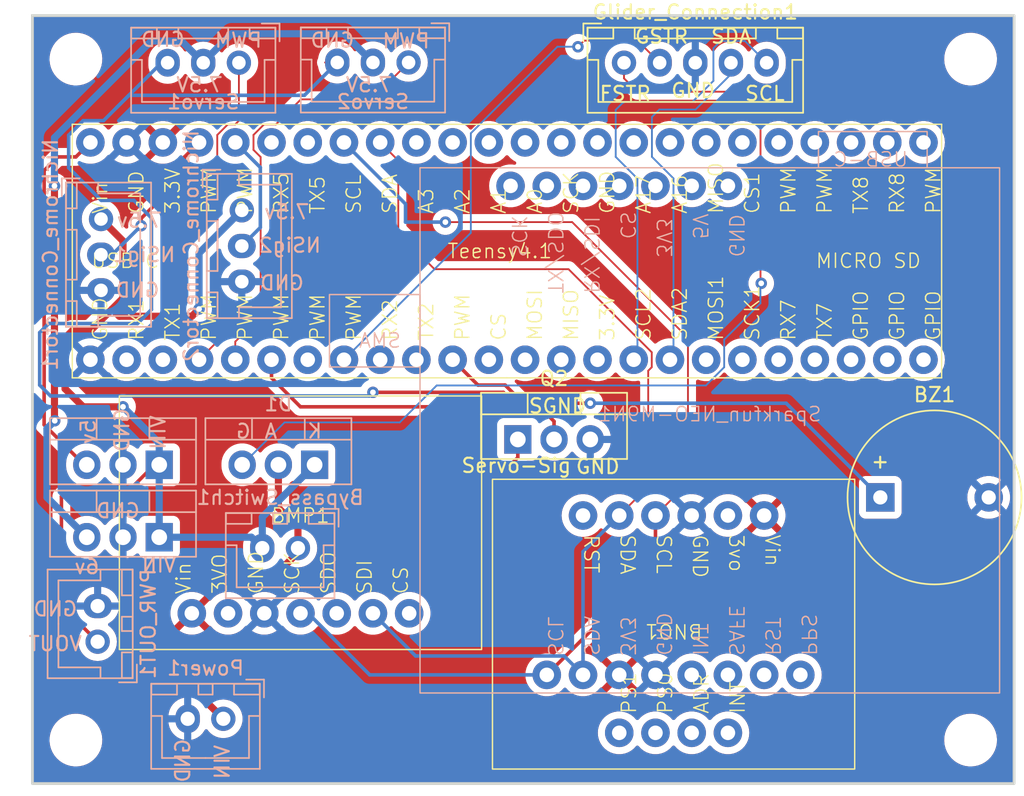
<source format=kicad_pcb>
(kicad_pcb (version 20221018) (generator pcbnew)
  (layers (0 "F.Cu" signal) (31 "B.Cu" signal) (34 "B.Paste" user) (35 "F.Paste" user) (36 "B.SilkS" user "B.Silkscreen") (37 "F.SilkS" user "F.Silkscreen") (38 "B.Mask" user) (39 "F.Mask" user) (44 "Edge.Cuts" user))
  (net 0 "")
  (net 54 "STR_GLIDER")
  (net 55 "STR_FRAME")
  (net 56 "SERVO_ON")
  (net 57 "SDA_COM")
  (net 58 "SDA")
  (net 59 "SCL_COM")
  (net 60 "SCL")
  (net 61 "PWM2")
  (net 62 "PWM1")
  (net 63 "Net-(Q2-C)")
  (net 64 "Net-(Bypass_Switch1-Pin_1)")
  (net 65 "NICHROME_SIGNAL2")
  (net 66 "NICHROME_SIGNAL1")
  (net 67 "GND")
  (net 68 "BUZZER")
  (net 69 "+5V")
  (net 70 "+3V3")
  (net 71 "VIN")
  (net 72 "+6V")
  (footprint "MountingHole:MountingHole_3.2mm_M3" (layer "F.Cu") (at 159.004 132.08)
    (fp_text reference "H2" hide)
    (fp_text value "MountingHole" hide)
    (pad "" np_thru_hole circle (at 0 0) (size 3.2 3.2) (drill 3.2) (layers "*.Cu" "*.Mask"))
  )
  (footprint "Package_TO_SOT_THT:TO-220-3_Vertical" (layer "F.Cu") (at 189.992 110.998)
    (fp_text reference "Q2" (at 2.54 -4.27) (layer "F.SilkS"))
    (fp_text value "TIP120")
    (pad "1" thru_hole rect (at 0 0) (size 1.905 2) (drill 1.1) (layers "*.Cu" "*.Mask") (net 56 "SERVO_ON"))
    (pad "2" thru_hole oval (at 2.54 0) (size 1.905 2) (drill 1.1) (layers "*.Cu" "*.Mask") (net 63 "Net-(Q2-C)"))
    (pad "3" thru_hole oval (at 5.08 0) (size 1.905 2) (drill 1.1) (layers "*.Cu" "*.Mask") (net 67 "GND"))
  )
  (footprint "Breakout Boards:BMP280" (layer "F.Cu") (at 174.752 116.84)
    (fp_text reference "BMP1" (at 0 -0.5 unlocked) (layer "F.SilkS") (effects (font (thickness 0.1))))
    (fp_text value "~")
    (fp_text user "SDI" (at 5.08 5.08 90 unlocked) (layer "F.SilkS") (effects (font (thickness 0.1)) (justify left bottom)))
    (fp_text user "GND" (at -2.54 5.08 90 unlocked) (layer "F.SilkS") (effects (font (thickness 0.1)) (justify left bottom)))
    (fp_text user "3VO" (at -5.08 5.08 90 unlocked) (layer "F.SilkS") (effects (font (thickness 0.1)) (justify left bottom)))
    (fp_text user "SCK" (at 0 5.08 90 unlocked) (layer "F.SilkS") (effects (font (thickness 0.1)) (justify left bottom)))
    (fp_text user "CS" (at 7.62 5.08 90 unlocked) (layer "F.SilkS") (effects (font (thickness 0.1)) (justify left bottom)))
    (fp_text user "SDO" (at 2.54 5.08 90 unlocked) (layer "F.SilkS") (effects (font (thickness 0.1)) (justify left bottom)))
    (fp_text user "Vin" (at -7.62 5.08 90 unlocked) (layer "F.SilkS") (effects (font (thickness 0.1)) (justify left bottom)))
    (pad "0" thru_hole circle (at -7.62 6.35) (size 2 2) (drill 1.02) (layers "*.Cu" "*.Mask") (net 70 "+3V3"))
    (pad "1" thru_hole circle (at -5.08 6.35) (size 2 2) (drill 1.02) (layers "*.Cu" "*.Mask"))
    (pad "2" thru_hole circle (at -2.54 6.35) (size 2 2) (drill 1.02) (layers "*.Cu" "*.Mask") (net 67 "GND"))
    (pad "3" thru_hole circle (at 0 6.35) (size 2 2) (drill 1.02) (layers "*.Cu" "*.Mask") (net 60 "SCL"))
    (pad "4" thru_hole circle (at 2.54 6.35) (size 2 2) (drill 1.02) (layers "*.Cu" "*.Mask"))
    (pad "5" thru_hole circle (at 5.08 6.35) (size 2 2) (drill 1.02) (layers "*.Cu" "*.Mask") (net 58 "SDA"))
    (pad "6" thru_hole circle (at 7.62 6.35) (size 2 2) (drill 1.02) (layers "*.Cu" "*.Mask"))
  )
  (footprint "Connector_JST:JST_XH_B5B-XH-A_1x05_P2.50mm_Vertical" (layer "F.Cu") (at 197.438 84.582)
    (fp_text reference "Glider_Connection1" (at 5 -3.55) (layer "F.SilkS"))
    (fp_text value "Conn_01x05_Socket")
    (pad "1" thru_hole circle (at 0 0) (size 1.7 1.7) (drill 0.95) (layers "*.Cu" "*.Mask") (net 55 "STR_FRAME"))
    (pad "2" thru_hole oval (at 2.5 0) (size 1.7 1.95) (drill 0.95) (layers "*.Cu" "*.Mask") (net 54 "STR_GLIDER"))
    (pad "3" thru_hole oval (at 5 0) (size 1.7 1.95) (drill 0.95) (layers "*.Cu" "*.Mask") (net 67 "GND"))
    (pad "4" thru_hole oval (at 7.5 0) (size 1.7 1.95) (drill 0.95) (layers "*.Cu" "*.Mask") (net 57 "SDA_COM"))
    (pad "5" thru_hole oval (at 10 0) (size 1.7 1.95) (drill 0.95) (layers "*.Cu" "*.Mask") (net 59 "SCL_COM"))
  )
  (footprint "Buzzer_Beeper:Buzzer_12x9.5RM7.6" (layer "F.Cu") (at 215.412 115.062)
    (fp_text reference "BZ1" (at 3.8 -7.2) (layer "F.SilkS"))
    (fp_text value "Buzzer")
    (fp_text user "+" (at -0.01 -2.54) (layer "F.SilkS"))
    (pad "1" thru_hole rect (at 0 0) (size 2 2) (drill 1) (layers "*.Cu" "*.Mask") (net 68 "BUZZER"))
    (pad "2" thru_hole circle (at 7.6 0) (size 2 2) (drill 1) (layers "*.Cu" "*.Mask") (net 67 "GND"))
  )
  (footprint "Breakout Boards:Teensy_4.1" (layer "F.Cu") (at 189.23 97.79 90)
    (fp_text reference "Teensy4.1" (at 0 -0.5 unlocked) (layer "F.SilkS") (effects (font (thickness 0.1))))
    (fp_text value "~")
    (fp_text user "PWM" (at 2.54 -17.78 90 unlocked) (layer "F.SilkS") (effects (font (thickness 0.1)) (justify left bottom)))
    (fp_text user "PWM" (at 2.54 30.48 90 unlocked) (layer "F.SilkS") (effects (font (thickness 0.1)) (justify left bottom)))
    (fp_text user "SCK" (at 2.54 5.08 90 unlocked) (layer "F.SilkS") (effects (font (thickness 0.1)) (justify left bottom)))
    (fp_text user "Vin" (at 2.54 -27.94 90 unlocked) (layer "F.SilkS") (effects (font (thickness 0.1)) (justify left bottom)))
    (fp_text user "3.3V" (at -6.35 7.62 90 unlocked) (layer "F.SilkS") (effects (font (thickness 0.1)) (justify left bottom)))
    (fp_text user "PWM" (at -6.35 -2.54 90 unlocked) (layer "F.SilkS") (effects (font (thickness 0.1)) (justify left bottom)))
    (fp_text user "GPIO" (at -6.35 30.48 90 unlocked) (layer "F.SilkS") (effects (font (thickness 0.1)) (justify left bottom)))
    (fp_text user "SDA" (at 2.54 -7.62 90 unlocked) (layer "F.SilkS") (effects (font (thickness 0.1)) (justify left bottom)))
    (fp_text user "MISO" (at -6.35 5.08 90 unlocked) (layer "F.SilkS") (effects (font (thickness 0.1)) (justify left bottom)))
    (fp_text user "PWM" (at -6.35 -15.24 90 unlocked) (layer "F.SilkS") (effects (font (thickness 0.1)) (justify left bottom)))
    (fp_text user "PWM" (at 2.54 20.32 90 unlocked) (layer "F.SilkS") (effects (font (thickness 0.1)) (justify left bottom)))
    (fp_text user "USB C" (at -1.27 -29.21 unlocked) (layer "F.SilkS") (effects (font (thickness 0.1)) (justify left bottom)))
    (fp_text user "RX2" (at -6.35 -7.62 90 unlocked) (layer "F.SilkS") (effects (font (thickness 0.1)) (justify left bottom)))
    (fp_text user "CS1" (at 2.54 17.78 90 unlocked) (layer "F.SilkS") (effects (font (thickness 0.1)) (justify left bottom)))
    (fp_text user "A16" (at 2.54 12.7 90 unlocked) (layer "F.SilkS") (effects (font (thickness 0.1)) (justify left bottom)))
    (fp_text user "GND" (at 2.54 7.62 90 unlocked) (layer "F.SilkS") (effects (font (thickness 0.1)) (justify left bottom)))
    (fp_text user "TX1" (at -6.35 -22.86 90 unlocked) (layer "F.SilkS") (effects (font (thickness 0.1)) (justify left bottom)))
    (fp_text user "A17" (at 2.54 10.16 90 unlocked) (layer "F.SilkS") (effects (font (thickness 0.1)) (justify left bottom)))
    (fp_text user "SCL" (at 2.54 -10.16 90 unlocked) (layer "F.SilkS") (effects (font (thickness 0.1)) (justify left bottom)))
    (fp_text user "SDA2" (at -6.35 12.7 90 unlocked) (layer "F.SilkS") (effects (font (thickness 0.1)) (justify left bottom)))
    (fp_text user "A2" (at 2.54 -2.54 90 unlocked) (layer "F.SilkS") (effects (font (thickness 0.1)) (justify left bottom)))
    (fp_text user "RX8" (at 2.54 27.94 90 unlocked) (layer "F.SilkS") (effects (font (thickness 0.1)) (justify left bottom)))
    (fp_text user "GPIO" (at -6.35 27.94 90 unlocked) (layer "F.SilkS") (effects (font (thickness 0.1)) (justify left bottom)))
    (fp_text user "TX7" (at -6.35 22.86 90 unlocked) (layer "F.SilkS") (effects (font (thickness 0.1)) (justify left bottom)))
    (fp_text user "SCL2" (at -6.35 10.16 90 unlocked) (layer "F.SilkS") (effects (font (thickness 0.1)) (justify left bottom)))
    (fp_text user "SCK1" (at -6.35 17.78 90 unlocked) (layer "F.SilkS") (effects (font (thickness 0.1)) (justify left bottom)))
    (fp_text user "MICRO SD" (at -1.27 21.59 unlocked) (layer "F.SilkS") (effects (font (thickness 0.1)) (justify left bottom)))
    (fp_text user "A1" (at 2.54 0 90 unlocked) (layer "F.SilkS") (effects (font (thickness 0.1)) (justify left bottom)))
    (fp_text user "PWM" (at 2.54 -20.32 90 unlocked) (layer "F.SilkS") (effects (font (thickness 0.1)) (justify left bottom)))
    (fp_text user "MOSI1" (at -6.35 15.24 90 unlocked) (layer "F.SilkS") (effects (font (thickness 0.1)) (justify left bottom)))
    (fp_text user "RX5" (at 2.54 -15.24 90 unlocked) (layer "F.SilkS") (effects (font (thickness 0.1)) (justify left bottom)))
    (fp_text user "RX1" (at -6.35 -25.4 90 unlocked) (layer "F.SilkS") (effects (font (thickness 0.1)) (justify left bottom)))
    (fp_text user "PWM" (at -6.35 -12.7 90 unlocked) (layer "F.SilkS") (effects (font (thickness 0.1)) (justify left bottom)))
    (fp_text user "MOSI" (at -6.35 2.54 90 unlocked) (layer "F.SilkS") (effects (font (thickness 0.1)) (justify left bottom)))
    (fp_text user "PWM" (at -6.35 -20.32 90 unlocked) (layer "F.SilkS") (effects (font (thickness 0.1)) (justify left bottom)))
    (fp_text user "A0" (at 2.54 2.54 90 unlocked) (layer "F.SilkS") (effects (font (thickness 0.1)) (justify left bottom)))
    (fp_text user "GND" (at 2.54 -25.4 90 unlocked) (layer "F.SilkS") (effects (font (thickness 0.1)) (justify left bottom)))
    (fp_text user "3.3V" (at 2.54 -22.86 90 unlocked) (layer "F.SilkS") (effects (font (thickness 0.1)) (justify left bottom)))
    (fp_text user "TX2" (at -6.35 -5.08 90 unlocked) (layer "F.SilkS") (effects (font (thickness 0.1)) (justify left bottom)))
    (fp_text user "PWM" (at -6.35 -10.16 90 unlocked) (layer "F.SilkS") (effects (font (thickness 0.1)) (justify left bottom)))
    (fp_text user "CS" (at -6.35 0 90 unlocked) (layer "F.SilkS") (effects (font (thickness 0.1)) (justify left bottom)))
    (fp_text user "PWM" (at -6.35 -17.78 90 unlocked) (layer "F.SilkS") (effects (font (thickness 0.1)) (justify left bottom)))
    (fp_text user "RX7" (at -6.35 20.32 90 unlocked) (layer "F.SilkS") (effects (font (thickness 0.1)) (justify left bottom)))
    (fp_text user "TX5" (at 2.54 -12.7 90 unlocked) (layer "F.SilkS") (effects (font (thickness 0.1)) (justify left bottom)))
    (fp_text user "TX8" (at 2.54 25.4 90 unlocked) (layer "F.SilkS") (effects (font (thickness 0.1)) (justify left bottom)))
    (fp_text user "A3" (at 2.54 -5.08 90 unlocked) (layer "F.SilkS") (effects (font (thickness 0.1)) (justify left bottom)))
    (fp_text user "GND" (at -6.35 -27.94 90 unlocked) (layer "F.SilkS") (effects (font (thickness 0.1)) (justify left bottom)))
    (fp_text user "GPIO" (at -6.35 25.4 90 unlocked) (layer "F.SilkS") (effects (font (thickness 0.1)) (justify left bottom)))
    (fp_text user "PWM" (at 2.54 22.86 90 unlocked) (layer "F.SilkS") (effects (font (thickness 0.1)) (justify left bottom)))
    (fp_text user "MISO" (at 2.54 15.24 90 unlocked) (layer "F.SilkS") (effects (font (thickness 0.1)) (justify left bottom)))
    (pad "0" thru_hole circle (at -7.62 -29.21 90) (size 2 2) (drill 1.02) (layers "*.Cu" "*.Mask") (net 67 "GND"))
    (pad "1" thru_hole circle (at -7.62 -26.67 90) (size 2 2) (drill 1.02) (layers "*.Cu" "*.Mask"))
    (pad "2" thru_hole circle (at -7.62 -24.13 90) (size 2 2) (drill 1.02) (layers "*.Cu" "*.Mask"))
    (pad "3" thru_hole circle (at -7.62 -21.59 90) (size 2 2) (drill 1.02) (layers "*.Cu" "*.Mask") (net 62 "PWM1"))
    (pad "4" thru_hole circle (at -7.62 -19.05 90) (size 2 2) (drill 1.02) (layers "*.Cu" "*.Mask") (net 61 "PWM2"))
    (pad "5" thru_hole circle (at -7.62 -16.51 90) (size 2 2) (drill 1.02) (layers "*.Cu" "*.Mask") (net 56 "SERVO_ON"))
    (pad "6" thru_hole circle (at -7.62 -13.97 90) (size 2 2) (drill 1.02) (layers "*.Cu" "*.Mask"))
    (pad "7" thru_hole circle (at -7.62 -11.43 90) (size 2 2) (drill 1.02) (layers "*.Cu" "*.Mask") (net 54 "STR_GLIDER"))
    (pad "8" thru_hole circle (at -7.62 -8.89 90) (size 2 2) (drill 1.02) (layers "*.Cu" "*.Mask"))
    (pad "9" thru_hole circle (at -7.62 -6.35 90) (size 2 2) (drill 1.02) (layers "*.Cu" "*.Mask"))
    (pad "10" thru_hole circle (at -7.62 -3.81 90) (size 2 2) (drill 1.02) (layers "*.Cu" "*.Mask") (net 68 "BUZZER"))
    (pad "11" thru_hole circle (at -7.62 -1.27 90) (size 2 2) (drill 1.02) (layers "*.Cu" "*.Mask"))
    (pad "12" thru_hole circle (at -7.62 1.27 90) (size 2 2) (drill 1.02) (layers "*.Cu" "*.Mask"))
    (pad "13" thru_hole circle (at -7.62 3.81 90) (size 2 2) (drill 1.02) (layers "*.Cu" "*.Mask"))
    (pad "14" thru_hole circle (at -7.62 6.35 90) (size 2 2) (drill 1.02) (layers "*.Cu" "*.Mask"))
    (pad "15" thru_hole circle (at -7.62 8.89 90) (size 2 2) (drill 1.02) (layers "*.Cu" "*.Mask") (net 59 "SCL_COM"))
    (pad "16" thru_hole circle (at -7.62 11.43 90) (size 2 2) (drill 1.02) (layers "*.Cu" "*.Mask") (net 57 "SDA_COM"))
    (pad "17" thru_hole circle (at -7.62 13.97 90) (size 2 2) (drill 1.02) (layers "*.Cu" "*.Mask"))
    (pad "18" thru_hole circle (at -7.62 16.51 90) (size 2 2) (drill 1.02) (layers "*.Cu" "*.Mask"))
    (pad "19" thru_hole circle (at -7.62 19.05 90) (size 2 2) (drill 1.02) (layers "*.Cu" "*.Mask"))
    (pad "20" thru_hole circle (at -7.62 21.59 90) (size 2 2) (drill 1.02) (layers "*.Cu" "*.Mask"))
    (pad "21" thru_hole circle (at -7.62 24.13 90) (size 2 2) (drill 1.02) (layers "*.Cu" "*.Mask"))
    (pad "22" thru_hole circle (at -7.62 26.67 90) (size 2 2) (drill 1.02) (layers "*.Cu" "*.Mask"))
    (pad "23" thru_hole circle (at -7.62 29.21 90) (size 2 2) (drill 1.02) (layers "*.Cu" "*.Mask"))
    (pad "24" thru_hole circle (at 7.62 29.21 90) (size 2 2) (drill 1.02) (layers "*.Cu" "*.Mask"))
    (pad "25" thru_hole circle (at 7.62 26.67 90) (size 2 2) (drill 1.02) (layers "*.Cu" "*.Mask"))
    (pad "26" thru_hole circle (at 7.62 24.13 90) (size 2 2) (drill 1.02) (layers "*.Cu" "*.Mask"))
    (pad "27" thru_hole circle (at 7.62 21.59 90) (size 2 2) (drill 1.02) (layers "*.Cu" "*.Mask"))
    (pad "28" thru_hole circle (at 7.62 19.05 90) (size 2 2) (drill 1.02) (layers "*.Cu" "*.Mask"))
    (pad "29" thru_hole circle (at 7.62 16.51 90) (size 2 2) (drill 1.02) (layers "*.Cu" "*.Mask"))
    (pad "30" thru_hole circle (at 7.62 13.97 90) (size 2 2) (drill 1.02) (layers "*.Cu" "*.Mask"))
    (pad "31" thru_hole circle (at 7.62 11.43 90) (size 2 2) (drill 1.02) (layers "*.Cu" "*.Mask"))
    (pad "32" thru_hole circle (at 7.62 8.89 90) (size 2 2) (drill 1.02) (layers "*.Cu" "*.Mask"))
    (pad "33" thru_hole circle (at 7.62 6.35 90) (size 2 2) (drill 1.02) (layers "*.Cu" "*.Mask"))
    (pad "34" thru_hole circle (at 7.62 3.81 90) (size 2 2) (drill 1.02) (layers "*.Cu" "*.Mask"))
    (pad "35" thru_hole circle (at 7.62 1.27 90) (size 2 2) (drill 1.02) (layers "*.Cu" "*.Mask"))
    (pad "36" thru_hole circle (at 7.62 -1.27 90) (size 2 2) (drill 1.02) (layers "*.Cu" "*.Mask"))
    (pad "37" thru_hole circle (at 7.62 -3.81 90) (size 2 2) (drill 1.02) (layers "*.Cu" "*.Mask"))
    (pad "38" thru_hole circle (at 7.62 -6.35 90) (size 2 2) (drill 1.02) (layers "*.Cu" "*.Mask"))
    (pad "39" thru_hole circle (at 7.62 -8.89 90) (size 2 2) (drill 1.02) (layers "*.Cu" "*.Mask") (net 58 "SDA"))
    (pad "40" thru_hole circle (at 7.62 -11.43 90) (size 2 2) (drill 1.02) (layers "*.Cu" "*.Mask") (net 60 "SCL"))
    (pad "41" thru_hole circle (at 7.62 -13.97 90) (size 2 2) (drill 1.02) (layers "*.Cu" "*.Mask"))
    (pad "42" thru_hole circle (at 7.62 -16.51 90) (size 2 2) (drill 1.02) (layers "*.Cu" "*.Mask"))
    (pad "43" thru_hole circle (at 7.62 -19.05 90) (size 2 2) (drill 1.02) (layers "*.Cu" "*.Mask") (net 65 "NICHROME_SIGNAL2"))
    (pad "44" thru_hole circle (at 7.62 -21.59 90) (size 2 2) (drill 1.02) (layers "*.Cu" "*.Mask") (net 66 "NICHROME_SIGNAL1"))
    (pad "45" thru_hole circle (at 7.62 -24.13 90) (size 2 2) (drill 1.02) (layers "*.Cu" "*.Mask") (net 70 "+3V3"))
    (pad "46" thru_hole circle (at 7.62 -26.67 90) (size 2 2) (drill 1.02) (layers "*.Cu" "*.Mask") (net 67 "GND"))
    (pad "47" thru_hole circle (at 7.62 -29.21 90) (size 2 2) (drill 1.02) (layers "*.Cu" "*.Mask") (net 69 "+5V"))
  )
  (footprint "Breakout Boards:BNO055" (layer "F.Cu") (at 200.914 123.952 180)
    (fp_text reference "BNO1" (at 0 -0.5 180 unlocked) (layer "F.SilkS") (effects (font (thickness 0.1))))
    (fp_text value "~")
    (fp_text user "SCL" (at 1.27 6.35 270 unlocked) (layer "F.SilkS") (effects (font (thickness 0.1)) (justify left bottom)))
    (fp_text user "SDA" (at 3.81 6.35 270 unlocked) (layer "F.SilkS") (effects (font (thickness 0.1)) (justify left bottom)))
    (fp_text user "GND" (at -1.27 6.35 270 unlocked) (layer "F.SilkS") (effects (font (thickness 0.1)) (justify left bottom)))
    (fp_text user "3vo" (at -3.81 6.35 270 unlocked) (layer "F.SilkS") (effects (font (thickness 0.1)) (justify left bottom)))
    (fp_text user "PS0" (at 0 -6.35 90 unlocked) (layer "F.SilkS") (effects (font (thickness 0.1)) (justify left bottom)))
    (fp_text user "PS1" (at 2.54 -6.35 90 unlocked) (layer "F.SilkS") (effects (font (thickness 0.1)) (justify left bottom)))
    (fp_text user "RST" (at 6.35 6.35 270 unlocked) (layer "F.SilkS") (effects (font (thickness 0.1)) (justify left bottom)))
    (fp_text user "INT" (at -5.08 -6.35 90 unlocked) (layer "F.SilkS") (effects (font (thickness 0.1)) (justify left bottom)))
    (fp_text user "Vin" (at -6.35 6.35 270 unlocked) (layer "F.SilkS") (effects (font (thickness 0.1)) (justify left bottom)))
    (fp_text user "ADR" (at -2.54 -6.35 90 unlocked) (layer "F.SilkS") (effects (font (thickness 0.1)) (justify left bottom)))
    (pad "0" thru_hole circle (at -6.35 7.62 180) (size 2 2) (drill 1.02) (layers "*.Cu" "*.Mask") (net 70 "+3V3"))
    (pad "1" thru_hole circle (at -3.81 7.62 180) (size 2 2) (drill 1.02) (layers "*.Cu" "*.Mask"))
    (pad "2" thru_hole circle (at -1.27 7.62 180) (size 2 2) (drill 1.02) (layers "*.Cu" "*.Mask") (net 67 "GND"))
    (pad "3" thru_hole circle (at 1.27 7.62 180) (size 2 2) (drill 1.02) (layers "*.Cu" "*.Mask") (net 60 "SCL"))
    (pad "4" thru_hole circle (at 3.81 7.62 180) (size 2 2) (drill 1.02) (layers "*.Cu" "*.Mask") (net 58 "SDA"))
    (pad "5" thru_hole circle (at 6.35 7.62 180) (size 2 2) (drill 1.02) (layers "*.Cu" "*.Mask"))
    (pad "6" thru_hole circle (at -3.81 -7.62 180) (size 2 2) (drill 1.02) (layers "*.Cu" "*.Mask"))
    (pad "7" thru_hole circle (at -1.27 -7.62 180) (size 2 2) (drill 1.02) (layers "*.Cu" "*.Mask"))
    (pad "8" thru_hole circle (at 1.27 -7.62 180) (size 2 2) (drill 1.02) (layers "*.Cu" "*.Mask"))
    (pad "9" thru_hole circle (at 3.81 -7.62 180) (size 2 2) (drill 1.02) (layers "*.Cu" "*.Mask"))
  )
  (footprint "MountingHole:MountingHole_3.2mm_M3" (layer "F.Cu") (at 221.742 84.328)
    (fp_text reference "H4" hide)
    (fp_text value "MountingHole" hide)
    (pad "" np_thru_hole circle (at 0 0) (size 3.2 3.2) (drill 3.2) (layers "*.Cu" "*.Mask"))
  )
  (footprint "MountingHole:MountingHole_3.2mm_M3" (layer "F.Cu") (at 221.742 132.08)
    (fp_text reference "H3" hide)
    (fp_text value "MountingHole" hide)
    (pad "" np_thru_hole circle (at 0 0) (size 3.2 3.2) (drill 3.2) (layers "*.Cu" "*.Mask"))
  )
  (footprint "MountingHole:MountingHole_3.2mm_M3" (layer "F.Cu") (at 159.004 84.328)
    (fp_text reference "H1" hide)
    (fp_text value "MountingHole" hide)
    (pad "" np_thru_hole circle (at 0 0) (size 3.2 3.2) (drill 3.2) (layers "F&B.Cu" "*.Mask"))
  )
  (footprint "Connector_JST:JST_XH_B3B-XH-A_1x03_P2.50mm_Vertical" (layer "B.Cu") (at 160.765 95.544 -90)
    (fp_text reference "Nichrome_Connector1" (at 2.5 3.55 90) (layer "B.SilkS") (effects (justify mirror)))
    (fp_text value "Conn_01x03_Socket")
    (pad "1" thru_hole circle (at 0 0 270) (size 1.7 1.7) (drill 0.95) (layers "*.Cu" "*.Mask") (net 71 "VIN"))
    (pad "2" thru_hole oval (at 2.5 0 270) (size 1.7 1.95) (drill 0.95) (layers "*.Cu" "*.Mask") (net 66 "NICHROME_SIGNAL1"))
    (pad "3" thru_hole oval (at 5 0 270) (size 1.7 1.95) (drill 0.95) (layers "*.Cu" "*.Mask") (net 67 "GND"))
  )
  (footprint "Connector_JST:JST_XH_B3B-XH-A_1x03_P2.50mm_Vertical" (layer "B.Cu") (at 170.6372 94.9344 -90)
    (fp_text reference "Nichrome_Connector2" (at 2.5 3.55 90) (layer "B.SilkS") (effects (justify mirror)))
    (fp_text value "Conn_01x03_Socket")
    (pad "1" thru_hole circle (at 0 0 270) (size 1.7 1.7) (drill 0.95) (layers "*.Cu" "*.Mask") (net 71 "VIN"))
    (pad "2" thru_hole oval (at 2.5 0 270) (size 1.7 1.95) (drill 0.95) (layers "*.Cu" "*.Mask") (net 65 "NICHROME_SIGNAL2"))
    (pad "3" thru_hole oval (at 5 0 270) (size 1.7 1.95) (drill 0.95) (layers "*.Cu" "*.Mask") (net 67 "GND"))
  )
  (footprint "Breakout Boards:Sparkfun_NEO-M9N" (layer "B.Cu") (at 203.454 109.728 180)
    (fp_text reference "Sparkfun_NEO-M9N1" (at 0 0.5 unlocked) (layer "B.SilkS") (effects (font (thickness 0.1)) (justify mirror)))
    (fp_text value "~")
    (fp_text user "INT" (at 1.27 -16.51 270 unlocked) (layer "B.SilkS") (effects (font (thickness 0.1)) (justify left bottom mirror)))
    (fp_text user "USB-C" (at -13.97 17.78 unlocked) (layer "B.SilkS") (effects (font (thickness 0.1)) (justify left bottom mirror)))
    (fp_text user "RST" (at -3.81 -16.51 270 unlocked) (layer "B.SilkS") (effects (font (thickness 0.1)) (justify left bottom mirror)))
    (fp_text user "SAFE" (at -1.27 -16.51 270 unlocked) (layer "B.SilkS") (effects (font (thickness 0.1)) (justify left bottom mirror)))
    (fp_text user "3V3" (at 3.81 11.43 270 unlocked) (layer "B.SilkS") (effects (font (thickness 0.1)) (justify left bottom mirror)))
    (fp_text user "SCL" (at 11.43 -16.51 270 unlocked) (layer "B.SilkS") (effects (font (thickness 0.1)) (justify left bottom mirror)))
    (fp_text user "5V" (at 1.27 12.7 270 unlocked) (layer "B.SilkS") (effects (font (thickness 0.1)) (justify left bottom mirror)))
    (fp_text user "TX/SDO" (at 11.43 8.89 270 unlocked) (layer "B.SilkS") (effects (font (thickness 0.1)) (justify left bottom mirror)))
    (fp_text user "GND" (at -1.27 11.43 270 unlocked) (layer "B.SilkS") (effects (font (thickness 0.1)) (justify left bottom mirror)))
    (fp_text user "GND" (at 3.81 -16.51 270 unlocked) (layer "B.SilkS") (effects (font (thickness 0.1)) (justify left bottom mirror)))
    (fp_text user "SCK" (at 13.97 11.43 270 unlocked) (layer "B.SilkS") (effects (font (thickness 0.1)) (justify left bottom mirror)))
    (fp_text user "RX/SDI" (at 8.89 8.89 270 unlocked) (layer "B.SilkS") (effects (font (thickness 0.1)) (justify left bottom mirror)))
    (fp_text user "PPS" (at -6.35 -16.51 270 unlocked) (layer "B.SilkS") (effects (font (thickness 0.1)) (justify left bottom mirror)))
    (fp_text user "SDA" (at 8.89 -16.51 270 unlocked) (layer "B.SilkS") (effects (font (thickness 0.1)) (justify left bottom mirror)))
    (fp_text user "3V3" (at 6.35 -16.51 270 unlocked) (layer "B.SilkS") (effects (font (thickness 0.1)) (justify left bottom mirror)))
    (fp_text user "SMA" (at 21.59 5.08 unlocked) (layer "B.SilkS") (effects (font (thickness 0.1)) (justify left bottom mirror)))
    (fp_text user "CS" (at 6.35 12.7 270 unlocked) (layer "B.SilkS") (effects (font (thickness 0.1)) (justify left bottom mirror)))
    (pad "0" thru_hole circle (at -1.27 16.51 180) (size 2 2) (drill 1.02) (layers "*.Cu" "*.Mask"))
    (pad "1" thru_hole circle (at 1.27 16.51 180) (size 2 2) (drill 1.02) (layers "*.Cu" "*.Mask"))
    (pad "2" thru_hole circle (at 3.81 16.51 180) (size 2 2) (drill 1.02) (layers "*.Cu" "*.Mask"))
    (pad "3" thru_hole circle (at 6.35 16.51 180) (size 2 2) (drill 1.02) (layers "*.Cu" "*.Mask"))
    (pad "4" thru_hole circle (at 8.89 16.51 180) (size 2 2) (drill 1.02) (layers "*.Cu" "*.Mask"))
    (pad "5" thru_hole circle (at 11.43 16.51 180) (size 2 2) (drill 1.02) (layers "*.Cu" "*.Mask"))
    (pad "6" thru_hole circle (at 13.97 16.51 180) (size 2 2) (drill 1.02) (layers "*.Cu" "*.Mask"))
    (pad "7" thru_hole circle (at -6.35 -17.78 180) (size 2 2) (drill 1.02) (layers "*.Cu" "*.Mask"))
    (pad "8" thru_hole circle (at -3.81 -17.78 180) (size 2 2) (drill 1.02) (layers "*.Cu" "*.Mask"))
    (pad "9" thru_hole circle (at -1.27 -17.78 180) (size 2 2) (drill 1.02) (layers "*.Cu" "*.Mask"))
    (pad "10" thru_hole circle (at 1.27 -17.78 180) (size 2 2) (drill 1.02) (layers "*.Cu" "*.Mask"))
    (pad "11" thru_hole circle (at 3.81 -17.78 180) (size 2 2) (drill 1.02) (layers "*.Cu" "*.Mask") (net 67 "GND"))
    (pad "12" thru_hole circle (at 6.35 -17.78 180) (size 2 2) (drill 1.02) (layers "*.Cu" "*.Mask") (net 70 "+3V3"))
    (pad "13" thru_hole circle (at 8.89 -17.78 180) (size 2 2) (drill 1.02) (layers "*.Cu" "*.Mask") (net 58 "SDA"))
    (pad "14" thru_hole circle (at 11.43 -17.78 180) (size 2 2) (drill 1.02) (layers "*.Cu" "*.Mask") (net 60 "SCL"))
  )
  (footprint "Connector_JST:JST_XH_B3B-XH-A_1x03_P2.50mm_Vertical" (layer "B.Cu") (at 170.434 84.582 180)
    (fp_text reference "Servo1" (at 2.5 -2.75) (layer "B.SilkS") (effects (justify mirror)))
    (fp_text value "Conn_01x03_Socket")
    (pad "1" thru_hole circle (at 0 0 180) (size 1.7 1.7) (drill 0.95) (layers "*.Cu" "*.Mask") (net 62 "PWM1"))
    (pad "2" thru_hole oval (at 2.5 0 180) (size 1.7 1.95) (drill 0.95) (layers "*.Cu" "*.Mask") (net 72 "+6V"))
    (pad "3" thru_hole oval (at 5 0 180) (size 1.7 1.95) (drill 0.95) (layers "*.Cu" "*.Mask") (net 63 "Net-(Q2-C)"))
  )
  (footprint "Package_TO_SOT_THT:TO-220-3_Vertical" (layer "B.Cu") (at 164.846 117.856 180)
    (fp_text reference "Voltage_Regulator_5V2" hide)
    (fp_text value "L7806CV")
    (pad "1" thru_hole rect (at 0 0 180) (size 1.905 2) (drill 1.1) (layers "*.Cu" "*.Mask") (net 71 "VIN"))
    (pad "2" thru_hole oval (at 2.54 0 180) (size 1.905 2) (drill 1.1) (layers "*.Cu" "*.Mask") (net 67 "GND"))
    (pad "3" thru_hole oval (at 5.08 0 180) (size 1.905 2) (drill 1.1) (layers "*.Cu" "*.Mask") (net 72 "+6V"))
  )
  (footprint "Package_TO_SOT_THT:TO-220-3_Vertical" (layer "B.Cu") (at 175.7426 112.776 180)
    (fp_text reference "D1" (at 2.54 4.27) (layer "B.SilkS") (effects (justify mirror)))
    (fp_text value "Q_SCR_KAG")
    (pad "1" thru_hole rect (at 0 0 180) (size 1.905 2) (drill 1.1) (layers "*.Cu" "*.Mask") (net 71 "VIN"))
    (pad "2" thru_hole oval (at 2.54 0 180) (size 1.905 2) (drill 1.1) (layers "*.Cu" "*.Mask") (net 64 "Net-(Bypass_Switch1-Pin_1)"))
    (pad "3" thru_hole oval (at 5.08 0 180) (size 1.905 2) (drill 1.1) (layers "*.Cu" "*.Mask") (net 55 "STR_FRAME"))
  )
  (footprint "Connector_JST:JST_XH_B2B-XH-A_1x02_P2.50mm_Vertical" (layer "B.Cu") (at 174.5742 118.618 180)
    (fp_text reference "Bypass_Switch1" (at 1.25 3.55) (layer "B.SilkS") (effects (justify mirror)))
    (fp_text value "Conn_01x02_Socket")
    (pad "1" thru_hole circle (at 0 0 180) (size 1.7 1.7) (drill 1) (layers "*.Cu" "*.Mask") (net 64 "Net-(Bypass_Switch1-Pin_1)"))
    (pad "2" thru_hole oval (at 2.5 0 180) (size 1.7 2) (drill 1) (layers "*.Cu" "*.Mask") (net 71 "VIN"))
  )
  (footprint "Connector_JST:JST_XH_B3B-XH-A_1x03_P2.50mm_Vertical" (layer "B.Cu") (at 182.332 84.565 180)
    (fp_text reference "Servo2" (at 2.5 -2.75) (layer "B.SilkS") (effects (justify mirror)))
    (fp_text value "Conn_01x03_Socket")
    (pad "1" thru_hole circle (at 0 0 180) (size 1.7 1.7) (drill 0.95) (layers "*.Cu" "*.Mask") (net 61 "PWM2"))
    (pad "2" thru_hole oval (at 2.5 0 180) (size 1.7 1.95) (drill 0.95) (layers "*.Cu" "*.Mask") (net 72 "+6V"))
    (pad "3" thru_hole oval (at 5 0 180) (size 1.7 1.95) (drill 0.95) (layers "*.Cu" "*.Mask") (net 63 "Net-(Q2-C)"))
  )
  (footprint "Package_TO_SOT_THT:TO-220-3_Vertical" (layer "B.Cu") (at 164.846 112.776 180)
    (fp_text reference "Voltage_Regulator_5V1" hide)
    (fp_text value "L4931-5")
    (pad "1" thru_hole rect (at 0 0 180) (size 1.905 2) (drill 1.1) (layers "*.Cu" "*.Mask") (net 71 "VIN"))
    (pad "2" thru_hole oval (at 2.54 0 180) (size 1.905 2) (drill 1.1) (layers "*.Cu" "*.Mask") (net 67 "GND"))
    (pad "3" thru_hole oval (at 5.08 0 180) (size 1.905 2) (drill 1.1) (layers "*.Cu" "*.Mask") (net 69 "+5V"))
  )
  (footprint "Connector_JST:JST_XH_B2B-XH-A_1x02_P2.50mm_Vertical" (layer "B.Cu") (at 169.342 130.588 180)
    (fp_text reference "Power1" (at 1.25 3.55) (layer "B.SilkS") (effects (justify mirror)))
    (fp_text value "Conn_01x02_Socket")
    (pad "1" thru_hole circle (at 0 0 180) (size 1.7 1.7) (drill 1) (layers "*.Cu" "*.Mask") (net 64 "Net-(Bypass_Switch1-Pin_1)"))
    (pad "2" thru_hole oval (at 2.5 0 180) (size 1.7 2) (drill 1) (layers "*.Cu" "*.Mask") (net 67 "GND"))
  )
  (footprint "Connector_JST:JST_XH_B2B-XH-A_1x02_P2.50mm_Vertical" (layer "B.Cu") (at 160.528 125.182 90)
    (fp_text reference "PWR_OUT1" (at 1.25 3.55 270) (layer "B.SilkS") (effects (justify mirror)))
    (fp_text value "Conn_01x02_Socket")
    (pad "1" thru_hole circle (at 0 0 90) (size 1.7 1.7) (drill 1) (layers "*.Cu" "*.Mask") (net 71 "VIN"))
    (pad "2" thru_hole oval (at 2.5 0 90) (size 1.7 2) (drill 1) (layers "*.Cu" "*.Mask") (net 67 "GND"))
  )
  (gr_rect (start 155.956 81.28) (end 224.79 135.128) (stroke (width 0.2)) (fill none) (layer "Edge.Cuts"))
  (gr_text "7.5v" (at 165.1254 96.2152) (layer "B.SilkS") (effects (font (size 1 1)) (justify left bottom mirror)))
  (gr_text "GND" (at 175.0822 100.6094) (layer "B.SilkS") (effects (font (size 1 1)) (justify left bottom mirror)))
  (gr_text "7.5V" (at 181.2798 86.7156) (layer "B.SilkS") (effects (font (size 1 1)) (justify left bottom mirror)))
  (gr_text "6v" (at 160.728 120.507) (layer "B.SilkS") (effects (font (size 1 1)) (justify left bottom mirror)))
  (gr_text "VIN" (at 166.116 120.396) (layer "B.SilkS") (effects (font (size 1 1)) (justify left bottom mirror)))
  (gr_text "GND" (at 166.7256 83.5406) (layer "B.SilkS") (effects (font (size 1 1)) (justify left bottom mirror)))
  (gr_text "GND" (at 178.6128 83.5914) (layer "B.SilkS") (effects (font (size 1 1)) (justify left bottom mirror)))
  (gr_text "G" (at 171.3516 111.016) (layer "B.SilkS") (effects (font (size 1 1)) (justify left bottom mirror)))
  (gr_text "GND" (at 159.1818 123.4694) (layer "B.SilkS") (effects (font (size 1 1)) (justify left bottom mirror)))
  (gr_text "PWM" (at 172.1358 83.5914) (layer "B.SilkS") (effects (font (size 1 1)) (justify left bottom mirror)))
  (gr_text "PWM" (at 183.896 83.6422) (layer "B.SilkS") (effects (font (size 1 1)) (justify left bottom mirror)))
  (gr_text "7.5V" (at 169.3926 86.7156) (layer "B.SilkS") (effects (font (size 1 1)) (justify left bottom mirror)))
  (gr_text "NSig2" (at 176.276 97.9678) (layer "B.SilkS") (effects (font (size 1 1)) (justify left bottom mirror)))
  (gr_text "A" (at 173.2026 111.016) (layer "B.SilkS") (effects (font (size 1 1)) (justify left bottom mirror)))
  (gr_text "GND" (at 162.814 108.712 90) (layer "B.SilkS") (effects (font (size 1 1)) (justify left bottom mirror)))
  (gr_text "GND" (at 164.9476 101.1174) (layer "B.SilkS") (effects (font (size 1 1)) (justify left bottom mirror)))
  (gr_text "GND" (at 163.576 116.586) (layer "B.SilkS") (effects (font (size 1 1)) (justify left bottom mirror)))
  (gr_text "VOUT" (at 159.512 125.9078) (layer "B.SilkS") (effects (font (size 1 1)) (justify left bottom mirror)))
  (gr_text "K" (at 176.3522 110.998) (layer "B.SilkS") (effects (font (size 1 1)) (justify left bottom mirror)))
  (gr_text "5v" (at 160.455 109.506 90) (layer "B.SilkS") (effects (font (size 1 1)) (justify left bottom mirror)))
  (gr_text "VIN" (at 165.354 109.22 90) (layer "B.SilkS") (effects (font (size 1 1)) (justify left bottom mirror)))
  (gr_text "GND" (at 167.0812 131.9022 90) (layer "B.SilkS") (effects (font (size 1 1)) (justify left bottom mirror)))
  (gr_text "7.5v" (at 175.4632 95.631) (layer "B.SilkS") (effects (font (size 1 1)) (justify left bottom mirror)))
  (gr_text "VIN" (at 169.8498 132.334 90) (layer "B.SilkS") (effects (font (size 1 1)) (justify left bottom mirror)))
  (gr_text "NSig1" (at 166.0652 98.6282) (layer "B.SilkS") (effects (font (size 1 1)) (justify left bottom mirror)))
  (gr_text "SCL" (at 205.838 87.332) (layer "F.SilkS") (effects (font (size 1 1)) (justify left bottom)))
  (gr_text "GND" (at 200.66 87.122) (layer "F.SilkS") (effects (font (size 1 1)) (justify left bottom)))
  (gr_text "SDA" (at 203.454 83.312) (layer "F.SilkS") (effects (font (size 1 1)) (justify left bottom)))
  (gr_text "Servo-Sig" (at 185.9534 113.411) (layer "F.SilkS") (effects (font (size 1 1)) (justify left bottom)))
  (gr_text "FSTR" (at 195.638 87.332) (layer "F.SilkS") (effects (font (size 1 1)) (justify left bottom)))
  (gr_text "SGND" (at 190.682 109.238) (layer "F.SilkS") (effects (font (size 1 1)) (justify left bottom)))
  (gr_text "GSTR" (at 198.12 83.312) (layer "F.SilkS") (effects (font (size 1 1)) (justify left bottom)))
  (gr_text "GND" (at 193.9798 113.4872) (layer "F.SilkS") (effects (font (size 1 1)) (justify left bottom)))
  (segment (start 194.6402 83.0326) (end 198.3886 83.0326) (width 0.127) (layer "F.Cu") (net 54))
  (segment (start 194.2084 83.4644) (end 194.6402 83.0326) (width 0.127) (layer "F.Cu") (net 54))
  (segment (start 198.3886 83.0326) (end 199.938 84.582) (width 0.127) (layer "F.Cu") (net 54))
  (via (at 194.2084 83.4644) (size 0.8) (drill 0.4) (layers "F.Cu" "B.Cu") (net 54))
  (segment (start 192.7652 83.4598) (end 194.2038 83.4598) (width 0.127) (layer "B.Cu") (net 54))
  (segment (start 192.7652 83.4598) (end 186.6965 89.5285) (width 0.127) (layer "B.Cu") (net 54))
  (segment (start 194.2038 83.4598) (end 194.2084 83.4644) (width 0.127) (layer "B.Cu") (net 54))
  (segment (start 186.6965 96.5135) (end 177.8 105.41) (width 0.127) (layer "B.Cu") (net 54))
  (segment (start 186.6965 89.5285) (end 186.6965 96.5135) (width 0.127) (layer "B.Cu") (net 54))
  (segment (start 207.0608 100.0506) (end 207.0165 100.0063) (width 0.127) (layer "F.Cu") (net 55))
  (segment (start 207.01 87.884) (end 205.74 86.614) (width 0.127) (layer "F.Cu") (net 55))
  (segment (start 205.74 86.614) (end 198.374 86.614) (width 0.127) (layer "F.Cu") (net 55))
  (segment (start 207.01 99.9998) (end 207.01 87.884) (width 0.127) (layer "F.Cu") (net 55))
  (segment (start 207.0608 100.0506) (end 207.01 99.9998) (width 0.127) (layer "F.Cu") (net 55))
  (segment (start 197.438 85.678) (end 197.438 84.582) (width 0.127) (layer "F.Cu") (net 55))
  (segment (start 198.374 86.614) (end 197.438 85.678) (width 0.127) (layer "F.Cu") (net 55))
  (via (at 207.0608 100.0506) (size 0.8) (drill 0.4) (layers "F.Cu" "B.Cu") (net 55))
  (segment (start 181.7116 109.8042) (end 173.6344 109.8042) (width 0.127) (layer "B.Cu") (net 55))
  (segment (start 184.3024 107.2134) (end 181.7116 109.8042) (width 0.127) (layer "B.Cu") (net 55))
  (segment (start 204.4635 105.933359) (end 203.183459 107.2134) (width 0.127) (layer "B.Cu") (net 55))
  (segment (start 207.0035 101.454101) (end 204.4635 103.994101) (width 0.127) (layer "B.Cu") (net 55))
  (segment (start 173.6344 109.8042) (end 170.6626 112.776) (width 0.127) (layer "B.Cu") (net 55))
  (segment (start 204.4635 103.994101) (end 204.4635 105.933359) (width 0.127) (layer "B.Cu") (net 55))
  (segment (start 203.183459 107.2134) (end 184.3024 107.2134) (width 0.127) (layer "B.Cu") (net 55))
  (segment (start 207.0035 101.454101) (end 207.0035 100.1079) (width 0.127) (layer "B.Cu") (net 55))
  (segment (start 207.0035 100.1079) (end 207.0608 100.0506) (width 0.127) (layer "B.Cu") (net 55))
  (segment (start 188.468 112.776) (end 184.404 108.712) (width 0.25) (layer "F.Cu") (net 56))
  (segment (start 172.72 106.68) (end 172.72 105.41) (width 0.25) (layer "F.Cu") (net 56))
  (segment (start 174.752 108.712) (end 172.72 106.68) (width 0.25) (layer "F.Cu") (net 56))
  (segment (start 189.992 112.268) (end 189.484 112.776) (width 0.25) (layer "F.Cu") (net 56))
  (segment (start 184.404 108.712) (end 174.752 108.712) (width 0.25) (layer "F.Cu") (net 56))
  (segment (start 189.484 112.776) (end 188.468 112.776) (width 0.25) (layer "F.Cu") (net 56))
  (segment (start 189.992 110.998) (end 189.992 112.268) (width 0.25) (layer "F.Cu") (net 56))
  (segment (start 200.66 105.41) (end 200.9075 105.1625) (width 0.127) (layer "B.Cu") (net 57))
  (segment (start 202.4564 87.8656) (end 204.938 85.384) (width 0.127) (layer "B.Cu") (net 57))
  (segment (start 204.938 85.384) (end 204.938 84.582) (width 0.127) (layer "B.Cu") (net 57))
  (segment (start 200.9075 92.694641) (end 199.3965 91.183641) (width 0.127) (layer "B.Cu") (net 57))
  (segment (start 204.9164 84.7598) (end 204.203101 84.7598) (width 0.127) (layer "B.Cu") (net 57))
  (segment (start 199.3965 91.183641) (end 199.3965 88.3855) (width 0.127) (layer "B.Cu") (net 57))
  (segment (start 199.9164 87.8656) (end 202.4564 87.8656) (width 0.127) (layer "B.Cu") (net 57))
  (segment (start 200.9075 105.1625) (end 200.9075 92.694641) (width 0.127) (layer "B.Cu") (net 57))
  (segment (start 199.3965 88.3855) (end 199.9164 87.8656) (width 0.127) (layer "B.Cu") (net 57))
  (segment (start 181.61 91.44) (end 180.34 90.17) (width 0.127) (layer "F.Cu") (net 58))
  (segment (start 181.61 96.266) (end 181.61 91.44) (width 0.127) (layer "F.Cu") (net 58))
  (segment (start 199.136 106.180859) (end 199.3835 105.933359) (width 0.127) (layer "F.Cu") (net 58))
  (segment (start 184.15 99.06) (end 182.118 97.028) (width 0.127) (layer "F.Cu") (net 58))
  (segment (start 197.104 116.332) (end 199.136 114.3) (width 0.127) (layer "F.Cu") (net 58))
  (segment (start 199.136 114.3) (end 199.136 106.180859) (width 0.127) (layer "F.Cu") (net 58))
  (segment (start 182.118 96.774) (end 181.61 96.266) (width 0.127) (layer "F.Cu") (net 58))
  (segment (start 193.548 99.06) (end 184.15 99.06) (width 0.127) (layer "F.Cu") (net 58))
  (segment (start 198.12 103.632) (end 193.548 99.06) (width 0.127) (layer "F.Cu") (net 58))
  (segment (start 199.3835 105.933359) (end 199.3835 104.886641) (width 0.127) (layer "F.Cu") (net 58))
  (segment (start 182.118 97.028) (end 182.118 96.774) (width 0.127) (layer "F.Cu") (net 58))
  (segment (start 198.128859 103.632) (end 198.12 103.632) (width 0.127) (layer "F.Cu") (net 58))
  (segment (start 199.3835 104.886641) (end 198.128859 103.632) (width 0.127) (layer "F.Cu") (net 58))
  (segment (start 179.832 123.19) (end 182.825 126.183) (width 0.25) (layer "B.Cu") (net 58))
  (segment (start 194.564 127.508) (end 194.564 118.872) (width 0.25) (layer "B.Cu") (net 58))
  (segment (start 194.564 118.872) (end 197.104 116.332) (width 0.25) (layer "B.Cu") (net 58))
  (segment (start 182.825 126.183) (end 193.239 126.183) (width 0.25) (layer "B.Cu") (net 58))
  (segment (start 193.239 126.183) (end 194.564 127.508) (width 0.25) (layer "B.Cu") (net 58))
  (segment (start 207.0165 85.1597) (end 207.4164 84.7598) (width 0.127) (layer "F.Cu") (net 59))
  (segment (start 196.8565 91.183641) (end 198.3805 92.707641) (width 0.127) (layer "B.Cu") (net 59))
  (segment (start 197.4164 87.3252) (end 202.2348 87.3252) (width 0.127) (layer "B.Cu") (net 59))
  (segment (start 196.8565 87.8851) (end 196.8565 91.183641) (width 0.127) (layer "B.Cu") (net 59))
  (segment (start 203.708 83.566) (end 204.216 83.058) (width 0.127) (layer "B.Cu") (net 59))
  (segment (start 205.914 83.058) (end 207.438 84.582) (width 0.127) (layer "B.Cu") (net 59))
  (segment (start 197.4164 87.3252) (end 196.8565 87.8851) (width 0.127) (layer "B.Cu") (net 59))
  (segment (start 198.3805 92.707641) (end 198.3805 105.1495) (width 0.127) (layer "B.Cu") (net 59))
  (segment (start 197.4164 87.3252) (end 197.4164 87.3836) (width 0.127) (layer "B.Cu") (net 59))
  (segment (start 198.3805 105.1495) (end 198.12 105.41) (width 0.127) (layer "B.Cu") (net 59))
  (segment (start 203.708 85.852) (end 203.708 83.566) (width 0.127) (layer "B.Cu") (net 59))
  (segment (start 204.216 83.058) (end 205.914 83.058) (width 0.127) (layer "B.Cu") (net 59))
  (segment (start 202.2348 87.3252) (end 203.708 85.852) (width 0.127) (layer "B.Cu") (net 59))
  (segment (start 201.422 114.554) (end 201.422 110.236) (width 0.127) (layer "F.Cu") (net 60))
  (segment (start 199.644 116.332) (end 201.422 114.554) (width 0.127) (layer "F.Cu") (net 60))
  (segment (start 201.9235 103.8795) (end 193.802 95.758) (width 0.127) (layer "F.Cu") (net 60))
  (segment (start 199.644 119.888) (end 199.644 116.332) (width 0.25) (layer "F.Cu") (net 60))
  (segment (start 192.024 127.508) (end 199.644 119.888) (width 0.25) (layer "F.Cu") (net 60))
  (segment (start 201.9235 109.7345) (end 201.9235 103.8795) (width 0.127) (layer "F.Cu") (net 60))
  (segment (start 193.802 95.758) (end 184.912 95.758) (width 0.127) (layer "F.Cu") (net 60))
  (segment (start 201.422 110.236) (end 201.9235 109.7345) (width 0.127) (layer "F.Cu") (net 60))
  (via (at 184.912 95.758) (size 0.8) (drill 0.4) (layers "F.Cu" "B.Cu") (net 60))
  (segment (start 174.752 123.19) (end 175.289 123.19) (width 0.25) (layer "B.Cu") (net 60))
  (segment (start 184.912 95.758) (end 184.658 95.758) (width 0.127) (layer "B.Cu") (net 60))
  (segment (start 182.118 95.758) (end 182.118 94.488) (width 0.25) (layer "B.Cu") (net 60))
  (segment (start 179.607 127.508) (end 192.024 127.508) (width 0.25) (layer "B.Cu") (net 60))
  (segment (start 182.118 95.758) (end 184.912 95.758) (width 0.25) (layer "B.Cu") (net 60))
  (segment (start 175.289 123.19) (end 179.607 127.508) (width 0.25) (layer "B.Cu") (net 60))
  (segment (start 182.118 94.488) (end 177.8 90.17) (width 0.25) (layer "B.Cu") (net 60))
  (segment (start 179.7455 87.1515) (end 182.332 84.565) (width 0.127) (layer "F.Cu") (net 61))
  (segment (start 171.4565 89.646641) (end 172.196641 88.9065) (width 0.127) (layer "F.Cu") (net 61))
  (segment (start 170.18 104.14) (end 171.958 102.362) (width 0.127) (layer "F.Cu") (net 61))
  (segment (start 171.958 102.362) (end 171.958 91.194859) (width 0.127) (layer "F.Cu") (net 61))
  (segment (start 171.958 91.194859) (end 171.4565 90.693359) (width 0.127) (layer "F.Cu") (net 61))
  (segment (start 172.196641 88.9065) (end 173.0265 88.9065) (width 0.127) (layer "F.Cu") (net 61))
  (segment (start 174.7815 87.1515) (end 179.7455 87.1515) (width 0.127) (layer "F.Cu") (net 61))
  (segment (start 170.18 105.41) (end 170.18 104.14) (width 0.127) (layer "F.Cu") (net 61))
  (segment (start 173.0265 88.9065) (end 174.7815 87.1515) (width 0.127) (layer "F.Cu") (net 61))
  (segment (start 171.4565 90.693359) (end 171.4565 89.646641) (width 0.127) (layer "F.Cu") (net 61))
  (segment (start 168.9165 89.646641) (end 168.9165 92.0053) (width 0.127) (layer "F.Cu") (net 62))
  (segment (start 170.434 88.646) (end 170.1735 88.9065) (width 0.127) (layer "F.Cu") (net 62))
  (segment (start 170.1735 88.9065) (end 169.656641 88.9065) (width 0.127) (layer "F.Cu") (net 62))
  (segment (start 168.9165 92.0053) (end 168.9354 92.0242) (width 0.127) (layer "F.Cu") (net 62))
  (segment (start 168.9354 92.0242) (end 168.9354 104.1146) (width 0.127) (layer "F.Cu") (net 62))
  (segment (start 168.9354 104.1146) (end 167.64 105.41) (width 0.127) (layer "F.Cu") (net 62))
  (segment (start 169.656641 88.9065) (end 168.9165 89.646641) (width 0.127) (layer "F.Cu") (net 62))
  (segment (start 170.434 84.582) (end 170.434 88.646) (width 0.127) (layer "F.Cu") (net 62))
  (segment (start 179.832 107.696) (end 188.976 107.696) (width 0.25) (layer "F.Cu") (net 63))
  (segment (start 190.5 109.22) (end 192.024 109.22) (width 0.25) (layer "F.Cu") (net 63))
  (segment (start 192.532 109.728) (end 192.532 110.998) (width 0.25) (layer "F.Cu") (net 63))
  (segment (start 188.976 107.696) (end 190.5 109.22) (width 0.25) (layer "F.Cu") (net 63))
  (segment (start 176.476116 84.565) (end 177.368 84.565) (width 0.127) (layer "F.Cu") (net 63))
  (segment (start 192.024 109.22) (end 192.532 109.728) (width 0.25) (layer "F.Cu") (net 63))
  (via (at 179.832 107.696) (size 0.8) (drill 0.4) (layers "F.Cu" "B.Cu") (net 63))
  (segment (start 179.578 107.95) (end 179.832 107.696) (width 0.25) (layer "B.Cu") (net 63))
  (segment (start 164.301 95.467) (end 164.301 101.891) (width 0.25) (layer "B.Cu") (net 63))
  (segment (start 164.301 101.891) (end 163.322 102.87) (width 0.25) (layer "B.Cu") (net 63))
  (segment (start 162.718166 86.868) (end 175.029 86.868) (width 0.25) (layer "B.Cu") (net 63))
  (segment (start 161.877083 87.709083) (end 165.004167 84.582) (width 0.25) (layer "B.Cu") (net 63))
  (segment (start 157.099 102.87) (end 156.464 103.505) (width 0.25) (layer "B.Cu") (net 63))
  (segment (start 163.322 102.87) (end 157.099 102.87) (width 0.25) (layer "B.Cu") (net 63))
  (segment (start 175.029 86.868) (end 177.332 84.565) (width 0.25) (layer "B.Cu") (net 63))
  (segment (start 165.004167 84.582) (end 165.434 84.582) (width 0.25) (layer "B.Cu") (net 63))
  (segment (start 157.226 107.95) (end 179.578 107.95) (width 0.25) (layer "B.Cu") (net 63))
  (segment (start 156.464 107.188) (end 157.226 107.95) (width 0.25) (layer "B.Cu") (net 63))
  (segment (start 163.068 94.234) (end 164.301 95.467) (width 0.25) (layer "B.Cu") (net 63))
  (segment (start 158.496 89.662) (end 158.496 91.948) (width 0.25) (layer "B.Cu") (net 63))
  (segment (start 159.512 88.646) (end 158.496 89.662) (width 0.25) (layer "B.Cu") (net 63))
  (segment (start 160.940166 88.646) (end 159.512 88.646) (width 0.25) (layer "B.Cu") (net 63))
  (segment (start 156.464 103.505) (end 156.464 107.188) (width 0.25) (layer "B.Cu") (net 63))
  (segment (start 161.877083 87.709083) (end 160.940166 88.646) (width 0.25) (layer "B.Cu") (net 63))
  (segment (start 160.782 94.234) (end 163.068 94.234) (width 0.25) (layer "B.Cu") (net 63))
  (segment (start 161.877083 87.709083) (end 162.718166 86.868) (width 0.25) (layer "B.Cu") (net 63))
  (segment (start 158.496 91.948) (end 160.782 94.234) (width 0.25) (layer "B.Cu") (net 63))
  (segment (start 174.5742 118.9228) (end 172.9232 120.5738) (width 0.5) (layer "F.Cu") (net 64))
  (segment (start 172.9232 120.5738) (end 166.5478 120.5738) (width 0.5) (layer "F.Cu") (net 64))
  (segment (start 173.2026 115.7986) (end 174.5742 117.1702) (width 0.5) (layer "F.Cu") (net 64))
  (segment (start 173.2026 112.776) (end 173.2026 115.7986) (width 0.5) (layer "F.Cu") (net 64))
  (segment (start 163.9824 123.1392) (end 163.9824 125.2284) (width 0.5) (layer "F.Cu") (net 64))
  (segment (start 166.5478 120.5738) (end 163.9824 123.1392) (width 0.5) (layer "F.Cu") (net 64))
  (segment (start 163.9824 125.2284) (end 169.342 130.588) (width 0.5) (layer "F.Cu") (net 64))
  (segment (start 174.5742 117.1702) (end 174.5742 118.9228) (width 0.5) (layer "F.Cu") (net 64))
  (segment (start 171.9372 91.9272) (end 171.9372 96.1344) (width 0.25) (layer "B.Cu") (net 65))
  (segment (start 171.9372 96.1344) (end 170.6372 97.4344) (width 0.25) (layer "B.Cu") (net 65))
  (segment (start 170.18 90.17) (end 171.9372 91.9272) (width 0.25) (layer "B.Cu") (net 65))
  (segment (start 166.624 92.456) (end 166.624 91.186) (width 0.25) (layer "F.Cu") (net 66))
  (segment (start 163.576 96.012) (end 163.576 95.504) (width 0.25) (layer "F.Cu") (net 66))
  (segment (start 166.624 91.186) (end 167.64 90.17) (width 0.25) (layer "F.Cu") (net 66))
  (segment (start 163.576 95.504) (end 166.624 92.456) (width 0.25) (layer "F.Cu") (net 66))
  (via (at 163.576 96.012) (size 0.8) (drill 0.4) (layers "F.Cu" "B.Cu") (net 66))
  (segment (start 160.765 98.044) (end 161.544 98.044) (width 0.25) (layer "B.Cu") (net 66))
  (segment (start 161.544 98.044) (end 163.576 96.012) (width 0.25) (layer "B.Cu") (net 66))
  (segment (start 160.765 98.281) (end 160.765 98.044) (width 0.25) (layer "B.Cu") (net 66))
  (segment (start 195.072 108.458) (end 190.374396 108.458) (width 0.25) (layer "F.Cu") (net 68))
  (segment (start 187.198 107.188) (end 185.42 105.41) (width 0.25) (layer "F.Cu") (net 68))
  (segment (start 189.104396 107.188) (end 187.198 107.188) (width 0.25) (layer "F.Cu") (net 68))
  (segment (start 190.374396 108.458) (end 189.104396 107.188) (width 0.25) (layer "F.Cu") (net 68))
  (via (at 195.072 108.458) (size 0.8) (drill 0.4) (layers "F.Cu" "B.Cu") (net 68))
  (segment (start 208.808 108.458) (end 215.412 115.062) (width 0.25) (layer "B.Cu") (net 68))
  (segment (start 195.072 108.458) (end 208.808 108.458) (width 0.25) (layer "B.Cu") (net 68))
  (segment (start 157.734 91.186) (end 159.004 91.186) (width 0.25) (layer "F.Cu") (net 69))
  (segment (start 159.512 112.705) (end 156.776 109.969) (width 0.25) (layer "F.Cu") (net 69))
  (segment (start 159.004 91.186) (end 160.02 90.17) (width 0.25) (layer "F.Cu") (net 69))
  (segment (start 156.776 92.144) (end 157.734 91.186) (width 0.25) (layer "F.Cu") (net 69))
  (segment (start 156.776 109.969) (end 156.776 92.144) (width 0.25) (layer "F.Cu") (net 69))
  (segment (start 162.306 97.085) (end 162.306 101.092) (width 0.5) (layer "F.Cu") (net 71))
  (segment (start 160.765 95.544) (end 162.306 97.085) (width 0.5) (layer "F.Cu") (net 71))
  (segment (start 162.997 114.3) (end 164.592 112.705) (width 0.25) (layer "F.Cu") (net 71))
  (segment (start 160.02 103.378) (end 158.75 103.378) (width 0.5) (layer "F.Cu") (net 71))
  (segment (start 167.64 101.854) (end 167.132 102.362) (width 0.5) (layer "F.Cu") (net 71))
  (segment (start 162.306 101.092) (end 160.02 103.378) (width 0.5) (layer "F.Cu") (net 71))
  (segment (start 158.242 103.886) (end 158.242 107.442) (width 0.5) (layer "F.Cu") (net 71))
  (segment (start 162.052 102.362) (end 161.544 101.854) (width 0.5) (layer "F.Cu") (net 71))
  (segment (start 157.988 122.642) (end 157.988 114.9995) (width 0.25) (layer "F.Cu") (net 71))
  (segment (start 157.988 114.9995) (end 158.6875 114.3) (width 0.25) (layer "F.Cu") (net 71))
  (segment (start 158.75 103.378) (end 158.242 103.886) (width 0.5) (layer "F.Cu") (net 71))
  (segment (start 158.242 107.442) (end 159.512 108.712) (width 0.5) (layer "F.Cu") (net 71))
  (segment (start 159.512 108.712) (end 162.306 108.712) (width 0.5) (layer "F.Cu") (net 71))
  (segment (start 158.6875 114.3) (end 162.997 114.3) (width 0.25) (layer "F.Cu") (net 71))
  (segment (start 167.132 102.362) (end 162.052 102.362) (width 0.5) (layer "F.Cu") (net 71))
  (segment (start 160.528 125.182) (end 157.988 122.642) (width 0.25) (layer "F.Cu") (net 71))
  (via (at 162.306 108.712) (size 0.8) (drill 0.4) (layers "F.Cu" "B.Cu") (net 71))
  (via (at 167.64 101.854) (size 0.8) (drill 0.4) (layers "F.Cu" "B.Cu") (net 71))
  (segment (start 164.846 117.856) (end 171.3122 117.856) (width 0.5) (layer "B.Cu") (net 71))
  (segment (start 172.0742 118.618) (end 172.0742 116.4444) (width 0.5) (layer "B.Cu") (net 71))
  (segment (start 171.3122 117.856) (end 172.0742 118.618) (width 0.5) (layer "B.Cu") (net 71))
  (segment (start 167.64 101.854) (end 167.64 97.9316) (width 0.5) (layer "B.Cu") (net 71))
  (segment (start 162.306 108.712) (end 164.846 111.252) (width 0.5) (layer "B.Cu") (net 71))
  (segment (start 167.64 97.9316) (end 170.6372 94.9344) (width 0.5) (layer "B.Cu") (net 71))
  (segment (start 172.0742 116.4444) (end 175.7426 112.776) (width 0.5) (layer "B.Cu") (net 71))
  (segment (start 164.846 112.776) (end 164.846 117.856) (width 0.5) (layer "B.Cu") (net 71))
  (segment (start 164.846 111.252) (end 164.846 112.776) (width 0.5) (layer "B.Cu") (net 71))
  (segment (start 157.5198 109.6882) (end 157.5005 109.6689) (width 0.5) (layer "F.Cu") (net 72))
  (segment (start 157.5005 109.6689) (end 157.5005 93.218) (width 0.5) (layer "F.Cu") (net 72))
  (via (at 157.5198 109.6882) (size 0.8) (drill 0.4) (layers "F.Cu" "B.Cu") (net 72))
  (via (at 157.5005 93.218) (size 0.8) (drill 0.4) (layers "F.Cu" "B.Cu") (net 72))
  (segment (start 157.5005 93.218) (end 157.5005 89.844328) (width 0.5) (layer "B.Cu") (net 72))
  (segment (start 177.817 82.55) (end 179.832 84.565) (width 0.5) (layer "B.Cu") (net 72))
  (segment (start 169.926 82.55) (end 177.817 82.55) (width 0.5) (layer "B.Cu") (net 72))
  (segment (start 167.934 84.542) (end 169.926 82.55) (width 0.5) (layer "B.Cu") (net 72))
  (segment (start 157.5198 109.6882) (end 156.972 110.236) (width 0.5) (layer "B.Cu") (net 72))
  (segment (start 156.972 115.062) (end 159.766 117.856) (width 0.5) (layer "B.Cu") (net 72))
  (segment (start 164.286828 83.058) (end 166.41 83.058) (width 0.5) (layer "B.Cu") (net 72))
  (segment (start 156.972 110.236) (end 156.972 115.062) (width 0.5) (layer "B.Cu") (net 72))
  (segment (start 157.5005 89.844328) (end 164.286828 83.058) (width 0.5) (layer "B.Cu") (net 72))
  (segment (start 167.934 84.582) (end 167.934 84.542) (width 0.5) (layer "B.Cu") (net 72))
  (segment (start 166.41 83.058) (end 167.934 84.582) (width 0.5) (layer "B.Cu") (net 72))
  (zone (net 70) (net_name "+3V3") (layer "F.Cu") (name "Ground") (connect_pads (clearance 0.5)) (min_thickness 0.25) (fill yes (thermal_gap 0.5) (thermal_bridge_width 0.5))
    (polygon (pts (xy 224.79 81.28) (xy 155.956 81.28) (xy 155.956 135.128) (xy 224.79 135.128)))
  )
  (zone (net 67) (net_name "GND") (layer "B.Cu") (name "Ground") (connect_pads (clearance 0.5)) (min_thickness 0.25) (fill yes (thermal_gap 0.5) (thermal_bridge_width 0.5))
    (polygon (pts (xy 224.79 81.28) (xy 155.956 81.28) (xy 155.956 135.128) (xy 224.79 135.128)))
  )
)
</source>
